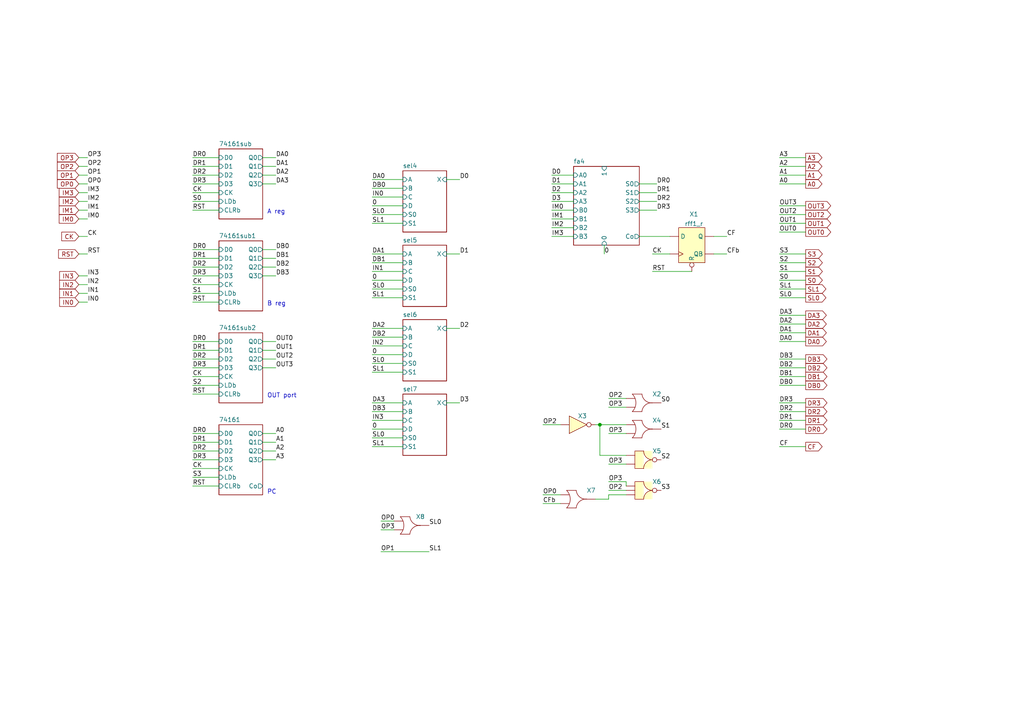
<source format=kicad_sch>
(kicad_sch (version 20211123) (generator eeschema)
  (paper "A4")
  (lib_symbols
    (symbol "OR1_SC:inv1"
      (property "Reference" "X" (at -1.27 3.81 0))
      (property "Value" "inv1" (at -1.27 -3.81 0))
      (symbol "inv1_0_1"
        (polyline (pts (xy -2.54 -2.54) (xy 2.54 0)) (stroke (width 0.1524)) (fill (type background)))
        (polyline (pts (xy 2.54 0) (xy -2.54 2.54) (xy -2.54 -2.54)) (stroke (width 0.1524)) (fill (type background)))
      )
      (symbol "inv1_1_1"
        (pin input line (at -5.08 0 0) (length 2.54) (name "A") (number ""))
        (pin power_in line (at 0 2.54 0) (length 2.54) hide (name "VDD") (number ""))
        (pin power_in line (at 0 -2.54 0) (length 2.54) hide (name "VSS") (number ""))
        (pin output inverted (at 5.08 0 180) (length 2.54) (name "Z") (number ""))
      )
    )
    (symbol "OR1_SC:na21"
      (property "Reference" "X" (at -1.27 3.81 0))
      (property "Value" "na21" (at -1.27 -3.81 0))
      (symbol "na21_0_1"
        (polyline (pts (xy 0 2.54) (xy -2.54 2.54) (xy -2.54 -2.54) (xy 0 -2.54)) (stroke (width 0.1524)) (fill (type background)))
        (arc (start 0 2.54) (mid -1.7961 -1.7961) (end 2.54 0) (stroke (width 0.1524)) (fill (type background)))
        (arc (start 2.54 0) (mid -1.7961 1.7961) (end 0 -2.54) (stroke (width 0.1524)) (fill (type background)))
      )
      (symbol "na21_1_1"
        (pin input line (at -5.08 1.27 0) (length 2.54) (name "A") (number ""))
        (pin input line (at -5.08 -1.27 0) (length 2.54) (name "B") (number ""))
        (pin power_in line (at 0 2.54 0) (length 2.54) hide (name "VDD") (number ""))
        (pin power_in line (at 0 -2.54 0) (length 2.54) hide (name "VSS") (number ""))
        (pin output inverted (at 5.08 0 180) (length 2.54) (name "Z") (number ""))
      )
    )
    (symbol "OR1_SC:na31"
      (property "Reference" "X" (at -1.27 3.81 0))
      (property "Value" "na31" (at -1.27 -3.81 0))
      (symbol "na31_0_1"
        (polyline (pts (xy 0 2.54) (xy -2.54 2.54) (xy -2.54 -2.54) (xy 0 -2.54)) (stroke (width 0.1524)) (fill (type background)))
        (arc (start 0 2.54) (mid -1.7961 -1.7961) (end 2.54 0) (stroke (width 0.1524)) (fill (type background)))
        (arc (start 2.54 0) (mid -1.7961 1.7961) (end 0 -2.54) (stroke (width 0.1524)) (fill (type background)))
      )
      (symbol "na31_1_1"
        (pin input line (at -5.08 1.27 0) (length 2.54) (name "A") (number ""))
        (pin input line (at -5.08 0 0) (length 2.54) (name "B") (number ""))
        (pin input line (at -5.08 -1.27 0) (length 2.54) (name "C") (number ""))
        (pin power_in line (at 0 2.54 0) (length 2.54) hide (name "VDD") (number ""))
        (pin power_in line (at 0 -2.54 0) (length 2.54) hide (name "VSS") (number ""))
        (pin output inverted (at 5.08 0 180) (length 2.54) (name "Z") (number ""))
      )
    )
    (symbol "OR1_SC:or21"
      (property "Reference" "X" (at -1.27 3.81 0))
      (property "Value" "or21" (at -1.27 -3.81 0))
      (symbol "or21_0_1"
        (arc (start -3.302 -2.54) (mid -2.2499 0) (end -3.302 2.54) (stroke (width 0.1524)))
        (arc (start -0.508 2.54) (mid -2.0501 -2.4093) (end 2.54 0) (stroke (width 0.1524)))
        (polyline (pts (xy -3.302 -2.54) (xy -0.508 -2.54)) (stroke (width 0.1524)))
        (polyline (pts (xy -0.508 2.54) (xy -3.302 2.54)) (stroke (width 0.1524)))
        (arc (start 2.54 0) (mid -2.0501 2.4093) (end -0.508 -2.54) (stroke (width 0.1524)))
      )
      (symbol "or21_1_1"
        (pin input line (at -5.08 1.27 0) (length 2.54) (name "A") (number ""))
        (pin input line (at -5.08 -1.27 0) (length 2.54) (name "B") (number ""))
        (pin power_in line (at 0 2.54 0) (length 2.54) hide (name "VDD") (number ""))
        (pin power_in line (at 0 -2.54 0) (length 2.54) hide (name "VSS") (number ""))
        (pin output line (at 5.08 0 180) (length 2.54) (name "X") (number ""))
      )
    )
    (symbol "OR1_SC:rff1_r"
      (property "Reference" "X" (at 0 6.35 0))
      (property "Value" "rff1_r" (at 3.81 -7.62 0))
      (symbol "rff1_r_0_1"
        (rectangle (start -3.81 5.08) (end 3.81 -5.08) (stroke (width 0.1524)) (fill (type background)))
      )
      (symbol "rff1_r_1_1"
        (pin input clock (at -6.35 -2.54 0) (length 2.54) (name "CK") (number ""))
        (pin input line (at -6.35 2.54 0) (length 2.54) (name "D") (number ""))
        (pin output line (at 6.35 2.54 180) (length 2.54) (name "Q") (number ""))
        (pin output line (at 6.35 -2.54 180) (length 2.54) (name "QB") (number ""))
        (pin input inverted (at 0 -7.62 90) (length 2.54) (name "R") (number ""))
        (pin power_in line (at 2.54 5.08 0) (length 2.54) hide (name "VDD") (number ""))
        (pin power_in line (at 2.54 -5.08 0) (length 2.54) hide (name "VSS") (number ""))
      )
    )
  )
  (junction (at 173.99 123.19))
  (wire (pts (xy 55.88 125.73) (xy 63.5 125.73)))
  (wire (pts (xy 55.88 80.01) (xy 63.5 80.01)))
  (wire (pts (xy 173.99 132.08) (xy 173.99 123.19)))
  (wire (pts (xy 226.06 129.54) (xy 233.68 129.54)))
  (wire (pts (xy 55.88 138.43) (xy 63.5 138.43)))
  (wire (pts (xy 226.06 93.98) (xy 233.68 93.98)))
  (wire (pts (xy 172.72 144.78) (xy 176.53 144.78)))
  (wire (pts (xy 22.86 45.72) (xy 25.4 45.72)))
  (wire (pts (xy 55.88 60.96) (xy 63.5 60.96)))
  (wire (pts (xy 76.2 133.35) (xy 80.01 133.35)))
  (wire (pts (xy 76.2 45.72) (xy 80.01 45.72)))
  (wire (pts (xy 107.95 64.77) (xy 116.84 64.77)))
  (wire (pts (xy 22.86 85.09) (xy 25.4 85.09)))
  (wire (pts (xy 55.88 106.68) (xy 63.5 106.68)))
  (wire (pts (xy 76.2 74.93) (xy 80.01 74.93)))
  (wire (pts (xy 22.86 73.66) (xy 25.4 73.66)))
  (wire (pts (xy 176.53 134.62) (xy 181.61 134.62)))
  (wire (pts (xy 160.02 58.42) (xy 166.37 58.42)))
  (wire (pts (xy 185.42 53.34) (xy 190.5 53.34)))
  (wire (pts (xy 226.06 99.06) (xy 233.68 99.06)))
  (wire (pts (xy 160.02 50.8) (xy 166.37 50.8)))
  (wire (pts (xy 76.2 101.6) (xy 80.01 101.6)))
  (wire (pts (xy 55.88 85.09) (xy 63.5 85.09)))
  (wire (pts (xy 107.95 59.69) (xy 116.84 59.69)))
  (wire (pts (xy 107.95 57.15) (xy 116.84 57.15)))
  (wire (pts (xy 55.88 50.8) (xy 63.5 50.8)))
  (wire (pts (xy 76.2 50.8) (xy 80.01 50.8)))
  (wire (pts (xy 226.06 96.52) (xy 233.68 96.52)))
  (wire (pts (xy 76.2 77.47) (xy 80.01 77.47)))
  (wire (pts (xy 226.06 83.82) (xy 233.68 83.82)))
  (wire (pts (xy 76.2 104.14) (xy 80.01 104.14)))
  (wire (pts (xy 55.88 109.22) (xy 63.5 109.22)))
  (wire (pts (xy 110.49 151.13) (xy 114.3 151.13)))
  (wire (pts (xy 226.06 76.2) (xy 233.68 76.2)))
  (wire (pts (xy 160.02 63.5) (xy 166.37 63.5)))
  (wire (pts (xy 55.88 82.55) (xy 63.5 82.55)))
  (wire (pts (xy 185.42 55.88) (xy 190.5 55.88)))
  (wire (pts (xy 76.2 128.27) (xy 80.01 128.27)))
  (wire (pts (xy 160.02 68.58) (xy 166.37 68.58)))
  (wire (pts (xy 176.53 139.7) (xy 181.61 139.7)))
  (wire (pts (xy 55.88 114.3) (xy 63.5 114.3)))
  (wire (pts (xy 22.86 63.5) (xy 25.4 63.5)))
  (wire (pts (xy 55.88 130.81) (xy 63.5 130.81)))
  (wire (pts (xy 55.88 45.72) (xy 63.5 45.72)))
  (wire (pts (xy 107.95 129.54) (xy 116.84 129.54)))
  (wire (pts (xy 22.86 82.55) (xy 25.4 82.55)))
  (wire (pts (xy 226.06 45.72) (xy 233.68 45.72)))
  (wire (pts (xy 22.86 68.58) (xy 25.4 68.58)))
  (wire (pts (xy 55.88 74.93) (xy 63.5 74.93)))
  (wire (pts (xy 55.88 111.76) (xy 63.5 111.76)))
  (wire (pts (xy 55.88 140.97) (xy 63.5 140.97)))
  (wire (pts (xy 107.95 62.23) (xy 116.84 62.23)))
  (wire (pts (xy 55.88 87.63) (xy 63.5 87.63)))
  (wire (pts (xy 207.01 73.66) (xy 210.82 73.66)))
  (wire (pts (xy 226.06 62.23) (xy 233.68 62.23)))
  (wire (pts (xy 226.06 124.46) (xy 233.68 124.46)))
  (wire (pts (xy 55.88 53.34) (xy 63.5 53.34)))
  (wire (pts (xy 76.2 106.68) (xy 80.01 106.68)))
  (wire (pts (xy 226.06 91.44) (xy 233.68 91.44)))
  (wire (pts (xy 76.2 125.73) (xy 80.01 125.73)))
  (wire (pts (xy 107.95 124.46) (xy 116.84 124.46)))
  (wire (pts (xy 55.88 101.6) (xy 63.5 101.6)))
  (wire (pts (xy 160.02 53.34) (xy 166.37 53.34)))
  (wire (pts (xy 107.95 78.74) (xy 116.84 78.74)))
  (wire (pts (xy 107.95 86.36) (xy 116.84 86.36)))
  (wire (pts (xy 55.88 135.89) (xy 63.5 135.89)))
  (wire (pts (xy 160.02 66.04) (xy 166.37 66.04)))
  (wire (pts (xy 226.06 59.69) (xy 233.68 59.69)))
  (wire (pts (xy 226.06 111.76) (xy 233.68 111.76)))
  (wire (pts (xy 55.88 104.14) (xy 63.5 104.14)))
  (wire (pts (xy 55.88 133.35) (xy 63.5 133.35)))
  (wire (pts (xy 185.42 60.96) (xy 190.5 60.96)))
  (wire (pts (xy 129.54 73.66) (xy 133.35 73.66)))
  (wire (pts (xy 76.2 48.26) (xy 80.01 48.26)))
  (wire (pts (xy 107.95 121.92) (xy 116.84 121.92)))
  (wire (pts (xy 226.06 53.34) (xy 233.68 53.34)))
  (wire (pts (xy 107.95 127) (xy 116.84 127)))
  (wire (pts (xy 55.88 58.42) (xy 63.5 58.42)))
  (wire (pts (xy 185.42 58.42) (xy 190.5 58.42)))
  (wire (pts (xy 226.06 109.22) (xy 233.68 109.22)))
  (wire (pts (xy 107.95 83.82) (xy 116.84 83.82)))
  (wire (pts (xy 226.06 86.36) (xy 233.68 86.36)))
  (wire (pts (xy 226.06 67.31) (xy 233.68 67.31)))
  (wire (pts (xy 107.95 105.41) (xy 116.84 105.41)))
  (wire (pts (xy 226.06 48.26) (xy 233.68 48.26)))
  (wire (pts (xy 107.95 119.38) (xy 116.84 119.38)))
  (wire (pts (xy 76.2 72.39) (xy 80.01 72.39)))
  (wire (pts (xy 107.95 73.66) (xy 116.84 73.66)))
  (wire (pts (xy 76.2 130.81) (xy 80.01 130.81)))
  (wire (pts (xy 157.48 146.05) (xy 162.56 146.05)))
  (wire (pts (xy 76.2 99.06) (xy 80.01 99.06)))
  (wire (pts (xy 176.53 115.57) (xy 181.61 115.57)))
  (wire (pts (xy 129.54 52.07) (xy 133.35 52.07)))
  (wire (pts (xy 226.06 50.8) (xy 233.68 50.8)))
  (wire (pts (xy 22.86 50.8) (xy 25.4 50.8)))
  (wire (pts (xy 107.95 107.95) (xy 116.84 107.95)))
  (wire (pts (xy 160.02 55.88) (xy 166.37 55.88)))
  (wire (pts (xy 226.06 73.66) (xy 233.68 73.66)))
  (wire (pts (xy 181.61 140.97) (xy 181.61 139.7)))
  (wire (pts (xy 173.99 132.08) (xy 181.61 132.08)))
  (wire (pts (xy 189.23 73.66) (xy 194.31 73.66)))
  (wire (pts (xy 107.95 97.79) (xy 116.84 97.79)))
  (wire (pts (xy 226.06 121.92) (xy 233.68 121.92)))
  (wire (pts (xy 207.01 68.58) (xy 210.82 68.58)))
  (wire (pts (xy 173.99 123.19) (xy 181.61 123.19)))
  (wire (pts (xy 55.88 77.47) (xy 63.5 77.47)))
  (wire (pts (xy 107.95 52.07) (xy 116.84 52.07)))
  (wire (pts (xy 22.86 53.34) (xy 25.4 53.34)))
  (wire (pts (xy 226.06 119.38) (xy 233.68 119.38)))
  (wire (pts (xy 55.88 128.27) (xy 63.5 128.27)))
  (wire (pts (xy 22.86 58.42) (xy 25.4 58.42)))
  (wire (pts (xy 110.49 160.02) (xy 124.46 160.02)))
  (wire (pts (xy 107.95 81.28) (xy 116.84 81.28)))
  (wire (pts (xy 55.88 48.26) (xy 63.5 48.26)))
  (wire (pts (xy 22.86 60.96) (xy 25.4 60.96)))
  (wire (pts (xy 107.95 102.87) (xy 116.84 102.87)))
  (wire (pts (xy 175.26 71.12) (xy 175.26 73.66)))
  (wire (pts (xy 176.53 125.73) (xy 181.61 125.73)))
  (wire (pts (xy 22.86 80.01) (xy 25.4 80.01)))
  (wire (pts (xy 110.49 153.67) (xy 114.3 153.67)))
  (wire (pts (xy 176.53 143.51) (xy 181.61 143.51)))
  (wire (pts (xy 107.95 76.2) (xy 116.84 76.2)))
  (wire (pts (xy 172.72 123.19) (xy 173.99 123.19)))
  (wire (pts (xy 22.86 87.63) (xy 25.4 87.63)))
  (wire (pts (xy 129.54 95.25) (xy 133.35 95.25)))
  (wire (pts (xy 157.48 123.19) (xy 162.56 123.19)))
  (wire (pts (xy 226.06 116.84) (xy 233.68 116.84)))
  (wire (pts (xy 160.02 60.96) (xy 166.37 60.96)))
  (wire (pts (xy 226.06 106.68) (xy 233.68 106.68)))
  (wire (pts (xy 176.53 142.24) (xy 181.61 142.24)))
  (wire (pts (xy 129.54 116.84) (xy 133.35 116.84)))
  (wire (pts (xy 107.95 54.61) (xy 116.84 54.61)))
  (wire (pts (xy 176.53 118.11) (xy 181.61 118.11)))
  (wire (pts (xy 157.48 143.51) (xy 162.56 143.51)))
  (wire (pts (xy 226.06 81.28) (xy 233.68 81.28)))
  (wire (pts (xy 107.95 95.25) (xy 116.84 95.25)))
  (wire (pts (xy 107.95 100.33) (xy 116.84 100.33)))
  (wire (pts (xy 226.06 104.14) (xy 233.68 104.14)))
  (wire (pts (xy 107.95 116.84) (xy 116.84 116.84)))
  (wire (pts (xy 226.06 78.74) (xy 233.68 78.74)))
  (wire (pts (xy 22.86 55.88) (xy 25.4 55.88)))
  (wire (pts (xy 55.88 99.06) (xy 63.5 99.06)))
  (wire (pts (xy 55.88 72.39) (xy 63.5 72.39)))
  (wire (pts (xy 55.88 55.88) (xy 63.5 55.88)))
  (wire (pts (xy 189.23 78.74) (xy 200.66 78.74)))
  (wire (pts (xy 176.53 144.78) (xy 176.53 143.51)))
  (wire (pts (xy 22.86 48.26) (xy 25.4 48.26)))
  (wire (pts (xy 76.2 53.34) (xy 80.01 53.34)))
  (wire (pts (xy 76.2 80.01) (xy 80.01 80.01)))
  (wire (pts (xy 185.42 68.58) (xy 194.31 68.58)))
  (wire (pts (xy 226.06 64.77) (xy 233.68 64.77)))
  (text "OUT port" (at 77.47 115.57 0) (effects (font (size 1.27 1.27)) (justify left bottom)))
  (text "A reg" (at 77.47 62.23 0) (effects (font (size 1.27 1.27)) (justify left bottom)))
  (text "PC" (at 77.47 143.51 0) (effects (font (size 1.27 1.27)) (justify left bottom)))
  (text "B reg" (at 77.47 88.9 0) (effects (font (size 1.27 1.27)) (justify left bottom)))
  (label "DR3" (at 55.88 106.68 0))
  (label "OUT2" (at 226.06 62.23 0))
  (label "DA1" (at 226.06 96.52 0))
  (label "OP2" (at 157.48 123.19 0))
  (label "OP3" (at 25.4 45.72 0))
  (label "S0" (at 55.88 58.42 0))
  (label "IN1" (at 25.4 85.09 0))
  (label "DR1" (at 55.88 48.26 0))
  (label "SL0" (at 107.95 105.41 0))
  (label "DB3" (at 226.06 104.14 0))
  (label "DR2" (at 190.5 58.42 0))
  (label "SL0" (at 107.95 62.23 0))
  (label "DR3" (at 190.5 60.96 0))
  (label "CK" (at 55.88 55.88 0))
  (label "A2" (at 226.06 48.26 0))
  (label "SL0" (at 107.95 83.82 0))
  (label "S1" (at 191.77 124.46 0))
  (label "IM0" (at 160.02 60.96 0))
  (label "D2" (at 133.35 95.25 0))
  (label "OP0" (at 25.4 53.34 0))
  (label "0" (at 107.95 59.69 0))
  (label "D2" (at 160.02 55.88 0))
  (label "RST" (at 55.88 87.63 0))
  (label "OP3" (at 176.53 139.7 0))
  (label "OUT1" (at 226.06 64.77 0))
  (label "S1" (at 226.06 78.74 0))
  (label "DA0" (at 107.95 52.07 0))
  (label "IN3" (at 107.95 121.92 0))
  (label "SL0" (at 124.46 152.4 0))
  (label "DB1" (at 107.95 76.2 0))
  (label "A3" (at 80.01 133.35 0))
  (label "DR1" (at 55.88 128.27 0))
  (label "IN0" (at 107.95 57.15 0))
  (label "DA0" (at 226.06 99.06 0))
  (label "IM1" (at 25.4 60.96 0))
  (label "DB3" (at 80.01 80.01 0))
  (label "S3" (at 55.88 138.43 0))
  (label "A0" (at 226.06 53.34 0))
  (label "OP2" (at 25.4 48.26 0))
  (label "DB1" (at 80.01 74.93 0))
  (label "DB2" (at 107.95 97.79 0))
  (label "DR0" (at 55.88 125.73 0))
  (label "D0" (at 160.02 50.8 0))
  (label "S2" (at 191.77 133.35 0))
  (label "SL1" (at 107.95 129.54 0))
  (label "DR0" (at 226.06 124.46 0))
  (label "D3" (at 133.35 116.84 0))
  (label "IN2" (at 107.95 100.33 0))
  (label "DR1" (at 226.06 121.92 0))
  (label "S1" (at 55.88 85.09 0))
  (label "IM2" (at 160.02 66.04 0))
  (label "CK" (at 55.88 82.55 0))
  (label "IM2" (at 25.4 58.42 0))
  (label "DR1" (at 55.88 101.6 0))
  (label "DR1" (at 55.88 74.93 0))
  (label "DB2" (at 226.06 106.68 0))
  (label "D1" (at 133.35 73.66 0))
  (label "OP2" (at 176.53 142.24 0))
  (label "SL0" (at 226.06 86.36 0))
  (label "A3" (at 226.06 45.72 0))
  (label "DB0" (at 107.95 54.61 0))
  (label "OUT0" (at 80.01 99.06 0))
  (label "DR0" (at 190.5 53.34 0))
  (label "0" (at 107.95 124.46 0))
  (label "S2" (at 55.88 111.76 0))
  (label "DB1" (at 226.06 109.22 0))
  (label "A0" (at 80.01 125.73 0))
  (label "S2" (at 226.06 76.2 0))
  (label "RST" (at 55.88 140.97 0))
  (label "CK" (at 55.88 135.89 0))
  (label "OP1" (at 110.49 160.02 0))
  (label "DB2" (at 80.01 77.47 0))
  (label "IN1" (at 107.95 78.74 0))
  (label "OP0" (at 157.48 143.51 0))
  (label "DR0" (at 55.88 45.72 0))
  (label "OUT1" (at 80.01 101.6 0))
  (label "OUT3" (at 80.01 106.68 0))
  (label "DB3" (at 107.95 119.38 0))
  (label "DA3" (at 107.95 116.84 0))
  (label "CF" (at 226.06 129.54 0))
  (label "DR3" (at 226.06 116.84 0))
  (label "OP1" (at 25.4 50.8 0))
  (label "S3" (at 226.06 73.66 0))
  (label "OP0" (at 110.49 151.13 0))
  (label "IN2" (at 25.4 82.55 0))
  (label "OP2" (at 176.53 115.57 0))
  (label "CFb" (at 157.48 146.05 0))
  (label "OP3" (at 176.53 118.11 0))
  (label "S0" (at 191.77 116.84 0))
  (label "SL0" (at 107.95 127 0))
  (label "0" (at 175.26 73.66 0))
  (label "IM0" (at 25.4 63.5 0))
  (label "OUT2" (at 80.01 104.14 0))
  (label "OUT0" (at 226.06 67.31 0))
  (label "0" (at 107.95 81.28 0))
  (label "0" (at 107.95 102.87 0))
  (label "DA0" (at 80.01 45.72 0))
  (label "DR2" (at 55.88 104.14 0))
  (label "RST" (at 25.4 73.66 0))
  (label "CK" (at 189.23 73.66 0))
  (label "IM3" (at 25.4 55.88 0))
  (label "SL1" (at 107.95 107.95 0))
  (label "OUT3" (at 226.06 59.69 0))
  (label "IM3" (at 160.02 68.58 0))
  (label "DA1" (at 107.95 73.66 0))
  (label "DR1" (at 190.5 55.88 0))
  (label "DR3" (at 55.88 53.34 0))
  (label "DA2" (at 80.01 50.8 0))
  (label "DA2" (at 226.06 93.98 0))
  (label "SL1" (at 124.46 160.02 0))
  (label "CF" (at 210.82 68.58 0))
  (label "RST" (at 189.23 78.74 0))
  (label "A1" (at 226.06 50.8 0))
  (label "CK" (at 55.88 109.22 0))
  (label "D3" (at 160.02 58.42 0))
  (label "OP3" (at 176.53 125.73 0))
  (label "IN0" (at 25.4 87.63 0))
  (label "OP3" (at 176.53 134.62 0))
  (label "DR2" (at 55.88 77.47 0))
  (label "RST" (at 55.88 114.3 0))
  (label "D1" (at 160.02 53.34 0))
  (label "CK" (at 25.4 68.58 0))
  (label "DR0" (at 55.88 99.06 0))
  (label "DA3" (at 226.06 91.44 0))
  (label "DR0" (at 55.88 72.39 0))
  (label "DA3" (at 80.01 53.34 0))
  (label "IN3" (at 25.4 80.01 0))
  (label "DA1" (at 80.01 48.26 0))
  (label "OP3" (at 110.49 153.67 0))
  (label "DR3" (at 55.88 133.35 0))
  (label "D0" (at 133.35 52.07 0))
  (label "S3" (at 191.77 142.24 0))
  (label "DR3" (at 55.88 80.01 0))
  (label "S0" (at 226.06 81.28 0))
  (label "DB0" (at 226.06 111.76 0))
  (label "SL1" (at 107.95 64.77 0))
  (label "DB0" (at 80.01 72.39 0))
  (label "RST" (at 55.88 60.96 0))
  (label "A1" (at 80.01 128.27 0))
  (label "A2" (at 80.01 130.81 0))
  (label "DR2" (at 226.06 119.38 0))
  (label "CFb" (at 210.82 73.66 0))
  (label "SL1" (at 226.06 83.82 0))
  (label "IM1" (at 160.02 63.5 0))
  (label "DA2" (at 107.95 95.25 0))
  (label "DR2" (at 55.88 50.8 0))
  (label "SL1" (at 107.95 86.36 0))
  (label "DR2" (at 55.88 130.81 0))
  (global_label "A3" (shape output) (at 233.68 45.72 0) (property "Intersheet References" "${INTERSHEET_REFS}" (effects hide)))
  (global_label "IN2" (shape input) (at 22.86 82.55 180) (property "Intersheet References" "${INTERSHEET_REFS}" (effects hide)))
  (global_label "DR2" (shape output) (at 233.68 119.38 0) (property "Intersheet References" "${INTERSHEET_REFS}" (effects hide)))
  (global_label "OUT3" (shape output) (at 233.68 59.69 0) (property "Intersheet References" "${INTERSHEET_REFS}" (effects hide)))
  (global_label "IM2" (shape input) (at 22.86 58.42 180) (property "Intersheet References" "${INTERSHEET_REFS}" (effects hide)))
  (global_label "DA3" (shape output) (at 233.68 91.44 0) (property "Intersheet References" "${INTERSHEET_REFS}" (effects hide)))
  (global_label "OUT1" (shape output) (at 233.68 64.77 0) (property "Intersheet References" "${INTERSHEET_REFS}" (effects hide)))
  (global_label "S2" (shape output) (at 233.68 76.2 0) (property "Intersheet References" "${INTERSHEET_REFS}" (effects hide)))
  (global_label "S0" (shape output) (at 233.68 81.28 0) (property "Intersheet References" "${INTERSHEET_REFS}" (effects hide)))
  (global_label "S3" (shape output) (at 233.68 73.66 0) (property "Intersheet References" "${INTERSHEET_REFS}" (effects hide)))
  (global_label "DB1" (shape output) (at 233.68 109.22 0) (property "Intersheet References" "${INTERSHEET_REFS}" (effects hide)))
  (global_label "DR0" (shape output) (at 233.68 124.46 0) (property "Intersheet References" "${INTERSHEET_REFS}" (effects hide)))
  (global_label "OUT0" (shape output) (at 233.68 67.31 0) (property "Intersheet References" "${INTERSHEET_REFS}" (effects hide)))
  (global_label "S1" (shape output) (at 233.68 78.74 0) (property "Intersheet References" "${INTERSHEET_REFS}" (effects hide)))
  (global_label "OP2" (shape input) (at 22.86 48.26 180) (property "Intersheet References" "${INTERSHEET_REFS}" (effects hide)))
  (global_label "CF" (shape output) (at 233.68 129.54 0) (property "Intersheet References" "${INTERSHEET_REFS}" (effects hide)))
  (global_label "IN1" (shape input) (at 22.86 85.09 180) (property "Intersheet References" "${INTERSHEET_REFS}" (effects hide)))
  (global_label "IM0" (shape input) (at 22.86 63.5 180) (property "Intersheet References" "${INTERSHEET_REFS}" (effects hide)))
  (global_label "SL1" (shape output) (at 233.68 83.82 0) (property "Intersheet References" "${INTERSHEET_REFS}" (effects hide)))
  (global_label "OUT2" (shape output) (at 233.68 62.23 0) (property "Intersheet References" "${INTERSHEET_REFS}" (effects hide)))
  (global_label "IM3" (shape input) (at 22.86 55.88 180) (property "Intersheet References" "${INTERSHEET_REFS}" (effects hide)))
  (global_label "DA2" (shape output) (at 233.68 93.98 0) (property "Intersheet References" "${INTERSHEET_REFS}" (effects hide)))
  (global_label "OP3" (shape input) (at 22.86 45.72 180) (property "Intersheet References" "${INTERSHEET_REFS}" (effects hide)))
  (global_label "DA0" (shape output) (at 233.68 99.06 0) (property "Intersheet References" "${INTERSHEET_REFS}" (effects hide)))
  (global_label "RST" (shape input) (at 22.86 73.66 180) (property "Intersheet References" "${INTERSHEET_REFS}" (effects hide)))
  (global_label "DB3" (shape output) (at 233.68 104.14 0) (property "Intersheet References" "${INTERSHEET_REFS}" (effects hide)))
  (global_label "DA1" (shape output) (at 233.68 96.52 0) (property "Intersheet References" "${INTERSHEET_REFS}" (effects hide)))
  (global_label "OP1" (shape input) (at 22.86 50.8 180) (property "Intersheet References" "${INTERSHEET_REFS}" (effects hide)))
  (global_label "DR1" (shape output) (at 233.68 121.92 0) (property "Intersheet References" "${INTERSHEET_REFS}" (effects hide)))
  (global_label "CK" (shape input) (at 22.86 68.58 180) (property "Intersheet References" "${INTERSHEET_REFS}" (effects hide)))
  (global_label "IN0" (shape input) (at 22.86 87.63 180) (property "Intersheet References" "${INTERSHEET_REFS}" (effects hide)))
  (global_label "DB0" (shape output) (at 233.68 111.76 0) (property "Intersheet References" "${INTERSHEET_REFS}" (effects hide)))
  (global_label "IM1" (shape input) (at 22.86 60.96 180) (property "Intersheet References" "${INTERSHEET_REFS}" (effects hide)))
  (global_label "SL0" (shape output) (at 233.68 86.36 0) (property "Intersheet References" "${INTERSHEET_REFS}" (effects hide)))
  (global_label "DR3" (shape output) (at 233.68 116.84 0) (property "Intersheet References" "${INTERSHEET_REFS}" (effects hide)))
  (global_label "A2" (shape output) (at 233.68 48.26 0) (property "Intersheet References" "${INTERSHEET_REFS}" (effects hide)))
  (global_label "DB2" (shape output) (at 233.68 106.68 0) (property "Intersheet References" "${INTERSHEET_REFS}" (effects hide)))
  (global_label "OP0" (shape input) (at 22.86 53.34 180) (property "Intersheet References" "${INTERSHEET_REFS}" (effects hide)))
  (global_label "IN3" (shape input) (at 22.86 80.01 180) (property "Intersheet References" "${INTERSHEET_REFS}" (effects hide)))
  (global_label "A1" (shape output) (at 233.68 50.8 0) (property "Intersheet References" "${INTERSHEET_REFS}" (effects hide)))
  (global_label "A0" (shape output) (at 233.68 53.34 0) (property "Intersheet References" "${INTERSHEET_REFS}" (effects hide)))
  (symbol (lib_id "OR1_SC:na31") (at 186.69 142.24 0) (unit 1)
    (property "Reference" "X6" (at 190.5 139.7 0))
    (property "Value" "na31" (effects hide))
  )
  (symbol (lib_id "OR1_SC:na21") (at 186.69 133.35 0) (unit 1)
    (property "Reference" "X5" (at 190.5 130.81 0))
    (property "Value" "na21" (effects hide))
  )
  (symbol (lib_id "OR1_SC:or21") (at 186.69 124.46 0) (unit 1)
    (property "Reference" "X4" (at 190.5 121.92 0))
    (property "Value" "or21" (effects hide))
  )
  (symbol (lib_id "OR1_SC:inv1") (at 167.64 123.19 0) (unit 1)
    (property "Reference" "X3" (at 168.91 120.65 0))
    (property "Value" "inv1" (effects hide))
  )
  (symbol (lib_id "OR1_SC:or21") (at 119.38 152.4 0) (unit 1)
    (property "Reference" "X8" (at 121.92 149.86 0))
    (property "Value" "or21" (effects hide))
  )
  (symbol (lib_id "OR1_SC:or21") (at 186.69 116.84 0) (unit 1)
    (property "Reference" "X2" (at 190.5 114.3 0))
    (property "Value" "or21" (effects hide))
  )
  (symbol (lib_id "OR1_SC:rff1_r") (at 200.66 71.12 0) (unit 1)
    (property "Reference" "X1" (at 201.2569 62.1243 0))
    (property "Value" "rff1_r" (at 201.2569 64.8994 0))
  )
  (symbol (lib_id "OR1_SC:or21") (at 167.64 144.78 0) (unit 1)
    (property "Reference" "X7" (at 171.45 142.24 0))
    (property "Value" "or21" (effects hide))
  )
  (sheet (at 116.84 92.71) (size 12.7 17.78) (stroke (width 0.1524))
    (property "Sheet name" "sel6" (at 116.84 91.9984 0) (effects (justify left bottom)))
    (property "Sheet file" "sel4.kicad_sch" (effects hide))
    (pin "X" input (at 129.54 95.25 0))
    (pin "C" input (at 116.84 100.33 180))
    (pin "S0" input (at 116.84 105.41 180))
    (pin "S1" input (at 116.84 107.95 180))
    (pin "D" input (at 116.84 102.87 180))
    (pin "A" input (at 116.84 95.25 180))
    (pin "B" input (at 116.84 97.79 180))
  )
  (sheet (at 116.84 114.3) (size 12.7 17.78) (stroke (width 0.1524))
    (property "Sheet name" "sel7" (at 116.84 113.5884 0) (effects (justify left bottom)))
    (property "Sheet file" "sel4.kicad_sch" (effects hide))
    (pin "X" input (at 129.54 116.84 0))
    (pin "C" input (at 116.84 121.92 180))
    (pin "S0" input (at 116.84 127 180))
    (pin "S1" input (at 116.84 129.54 180))
    (pin "D" input (at 116.84 124.46 180))
    (pin "A" input (at 116.84 116.84 180))
    (pin "B" input (at 116.84 119.38 180))
  )
  (sheet (at 63.5 43.18) (size 12.7 20.32) (stroke (width 0.1524))
    (property "Sheet name" "74161sub" (at 63.5 42.4684 0) (effects (justify left bottom)))
    (property "Sheet file" "74161sub.kicad_sch" (effects hide))
    (pin "D3" input (at 63.5 53.34 180))
    (pin "D2" input (at 63.5 50.8 180))
    (pin "Q2" output (at 76.2 50.8 0))
    (pin "Q3" output (at 76.2 53.34 0))
    (pin "Q1" output (at 76.2 48.26 0))
    (pin "Q0" output (at 76.2 45.72 0))
    (pin "D1" input (at 63.5 48.26 180))
    (pin "CK" input (at 63.5 55.88 180))
    (pin "LDb" input (at 63.5 58.42 180))
    (pin "CLRb" input (at 63.5 60.96 180))
    (pin "D0" input (at 63.5 45.72 180))
  )
  (sheet (at 63.5 69.85) (size 12.7 20.32) (stroke (width 0.1524))
    (property "Sheet name" "74161sub1" (at 63.5 69.1384 0) (effects (justify left bottom)))
    (property "Sheet file" "74161sub.kicad_sch" (effects hide))
    (pin "D3" input (at 63.5 80.01 180))
    (pin "D2" input (at 63.5 77.47 180))
    (pin "Q2" output (at 76.2 77.47 0))
    (pin "Q3" output (at 76.2 80.01 0))
    (pin "Q1" output (at 76.2 74.93 0))
    (pin "Q0" output (at 76.2 72.39 0))
    (pin "D1" input (at 63.5 74.93 180))
    (pin "CK" input (at 63.5 82.55 180))
    (pin "LDb" input (at 63.5 85.09 180))
    (pin "CLRb" input (at 63.5 87.63 180))
    (pin "D0" input (at 63.5 72.39 180))
  )
  (sheet (at 116.84 71.12) (size 12.7 17.78) (stroke (width 0.1524))
    (property "Sheet name" "sel5" (at 116.84 70.4084 0) (effects (justify left bottom)))
    (property "Sheet file" "sel4.kicad_sch" (effects hide))
    (pin "X" input (at 129.54 73.66 0))
    (pin "C" input (at 116.84 78.74 180))
    (pin "S0" input (at 116.84 83.82 180))
    (pin "S1" input (at 116.84 86.36 180))
    (pin "D" input (at 116.84 81.28 180))
    (pin "A" input (at 116.84 73.66 180))
    (pin "B" input (at 116.84 76.2 180))
  )
  (sheet (at 166.37 48.26) (size 19.05 22.86) (stroke (width 0.1524))
    (property "Sheet name" "fa4" (at 166.37 47.5484 0) (effects (justify left bottom)))
    (property "Sheet file" "fa4.kicad_sch" (effects hide))
    (pin "1" input (at 175.26 48.26 90))
    (pin "A1" input (at 166.37 53.34 180))
    (pin "B1" input (at 166.37 63.5 180))
    (pin "S0" output (at 185.42 53.34 0))
    (pin "S1" output (at 185.42 55.88 0))
    (pin "B0" input (at 166.37 60.96 180))
    (pin "A0" input (at 166.37 50.8 180))
    (pin "0" input (at 175.26 71.12 270))
    (pin "A3" input (at 166.37 58.42 180))
    (pin "B3" input (at 166.37 68.58 180))
    (pin "Co" output (at 185.42 68.58 0))
    (pin "S3" output (at 185.42 60.96 0))
    (pin "S2" output (at 185.42 58.42 0))
    (pin "A2" input (at 166.37 55.88 180))
    (pin "B2" input (at 166.37 66.04 180))
  )
  (sheet (at 116.84 49.53) (size 12.7 17.78) (stroke (width 0.1524))
    (property "Sheet name" "sel4" (at 116.84 48.8184 0) (effects (justify left bottom)))
    (property "Sheet file" "sel4.kicad_sch" (effects hide))
    (pin "X" input (at 129.54 52.07 0))
    (pin "C" input (at 116.84 57.15 180))
    (pin "S0" input (at 116.84 62.23 180))
    (pin "S1" input (at 116.84 64.77 180))
    (pin "D" input (at 116.84 59.69 180))
    (pin "A" input (at 116.84 52.07 180))
    (pin "B" input (at 116.84 54.61 180))
  )
  (sheet (at 63.5 96.52) (size 12.7 20.32) (stroke (width 0.1524))
    (property "Sheet name" "74161sub2" (at 63.5 95.8084 0) (effects (justify left bottom)))
    (property "Sheet file" "74161sub.kicad_sch" (effects hide))
    (pin "D3" input (at 63.5 106.68 180))
    (pin "D2" input (at 63.5 104.14 180))
    (pin "Q2" output (at 76.2 104.14 0))
    (pin "Q3" output (at 76.2 106.68 0))
    (pin "Q1" output (at 76.2 101.6 0))
    (pin "Q0" output (at 76.2 99.06 0))
    (pin "D1" input (at 63.5 101.6 180))
    (pin "CK" input (at 63.5 109.22 180))
    (pin "LDb" input (at 63.5 111.76 180))
    (pin "CLRb" input (at 63.5 114.3 180))
    (pin "D0" input (at 63.5 99.06 180))
  )
  (sheet (at 63.5 123.19) (size 12.7 20.32) (stroke (width 0.1524))
    (property "Sheet name" "74161" (at 63.5 122.4784 0) (effects (justify left bottom)))
    (property "Sheet file" "74161.kicad_sch" (effects hide))
    (pin "Q2" output (at 76.2 130.81 0))
    (pin "D3" input (at 63.5 133.35 180))
    (pin "D2" input (at 63.5 130.81 180))
    (pin "Q3" output (at 76.2 133.35 0))
    (pin "Co" output (at 76.2 140.97 0))
    (pin "Q1" output (at 76.2 128.27 0))
    (pin "Q0" output (at 76.2 125.73 0))
    (pin "D1" input (at 63.5 128.27 180))
    (pin "LDb" input (at 63.5 138.43 180))
    (pin "D0" input (at 63.5 125.73 180))
    (pin "CK" input (at 63.5 135.89 180))
    (pin "CLRb" input (at 63.5 140.97 180))
  )
)
</source>
